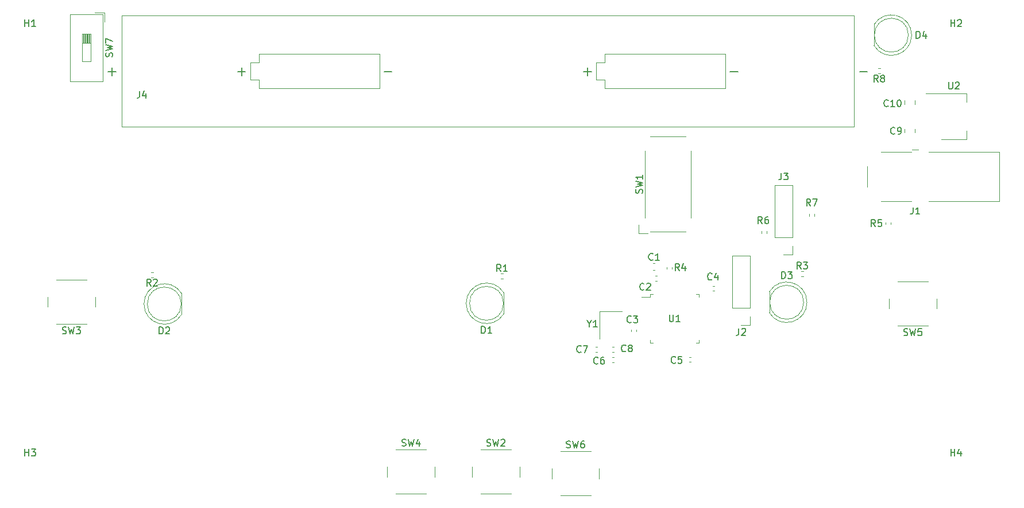
<source format=gbr>
%TF.GenerationSoftware,KiCad,Pcbnew,(6.0.5)*%
%TF.CreationDate,2022-08-19T06:06:55-03:00*%
%TF.ProjectId,chess_clock_proj,63686573-735f-4636-9c6f-636b5f70726f,v1.0*%
%TF.SameCoordinates,Original*%
%TF.FileFunction,Legend,Top*%
%TF.FilePolarity,Positive*%
%FSLAX46Y46*%
G04 Gerber Fmt 4.6, Leading zero omitted, Abs format (unit mm)*
G04 Created by KiCad (PCBNEW (6.0.5)) date 2022-08-19 06:06:55*
%MOMM*%
%LPD*%
G01*
G04 APERTURE LIST*
%ADD10C,0.150000*%
%ADD11C,0.120000*%
G04 APERTURE END LIST*
D10*
%TO.C,R8*%
X205033333Y-68022380D02*
X204700000Y-67546190D01*
X204461904Y-68022380D02*
X204461904Y-67022380D01*
X204842857Y-67022380D01*
X204938095Y-67070000D01*
X204985714Y-67117619D01*
X205033333Y-67212857D01*
X205033333Y-67355714D01*
X204985714Y-67450952D01*
X204938095Y-67498571D01*
X204842857Y-67546190D01*
X204461904Y-67546190D01*
X205604761Y-67450952D02*
X205509523Y-67403333D01*
X205461904Y-67355714D01*
X205414285Y-67260476D01*
X205414285Y-67212857D01*
X205461904Y-67117619D01*
X205509523Y-67070000D01*
X205604761Y-67022380D01*
X205795238Y-67022380D01*
X205890476Y-67070000D01*
X205938095Y-67117619D01*
X205985714Y-67212857D01*
X205985714Y-67260476D01*
X205938095Y-67355714D01*
X205890476Y-67403333D01*
X205795238Y-67450952D01*
X205604761Y-67450952D01*
X205509523Y-67498571D01*
X205461904Y-67546190D01*
X205414285Y-67641428D01*
X205414285Y-67831904D01*
X205461904Y-67927142D01*
X205509523Y-67974761D01*
X205604761Y-68022380D01*
X205795238Y-68022380D01*
X205890476Y-67974761D01*
X205938095Y-67927142D01*
X205985714Y-67831904D01*
X205985714Y-67641428D01*
X205938095Y-67546190D01*
X205890476Y-67498571D01*
X205795238Y-67450952D01*
%TO.C,H4*%
X215758095Y-123232380D02*
X215758095Y-122232380D01*
X215758095Y-122708571D02*
X216329523Y-122708571D01*
X216329523Y-123232380D02*
X216329523Y-122232380D01*
X217234285Y-122565714D02*
X217234285Y-123232380D01*
X216996190Y-122184761D02*
X216758095Y-122899047D01*
X217377142Y-122899047D01*
%TO.C,SW7*%
X92124761Y-64275833D02*
X92172380Y-64132976D01*
X92172380Y-63894880D01*
X92124761Y-63799642D01*
X92077142Y-63752023D01*
X91981904Y-63704404D01*
X91886666Y-63704404D01*
X91791428Y-63752023D01*
X91743809Y-63799642D01*
X91696190Y-63894880D01*
X91648571Y-64085357D01*
X91600952Y-64180595D01*
X91553333Y-64228214D01*
X91458095Y-64275833D01*
X91362857Y-64275833D01*
X91267619Y-64228214D01*
X91220000Y-64180595D01*
X91172380Y-64085357D01*
X91172380Y-63847261D01*
X91220000Y-63704404D01*
X91172380Y-63371071D02*
X92172380Y-63132976D01*
X91458095Y-62942500D01*
X92172380Y-62752023D01*
X91172380Y-62513928D01*
X91172380Y-62228214D02*
X91172380Y-61561547D01*
X92172380Y-61990119D01*
%TO.C,SW6*%
X159101666Y-121984761D02*
X159244523Y-122032380D01*
X159482619Y-122032380D01*
X159577857Y-121984761D01*
X159625476Y-121937142D01*
X159673095Y-121841904D01*
X159673095Y-121746666D01*
X159625476Y-121651428D01*
X159577857Y-121603809D01*
X159482619Y-121556190D01*
X159292142Y-121508571D01*
X159196904Y-121460952D01*
X159149285Y-121413333D01*
X159101666Y-121318095D01*
X159101666Y-121222857D01*
X159149285Y-121127619D01*
X159196904Y-121080000D01*
X159292142Y-121032380D01*
X159530238Y-121032380D01*
X159673095Y-121080000D01*
X160006428Y-121032380D02*
X160244523Y-122032380D01*
X160435000Y-121318095D01*
X160625476Y-122032380D01*
X160863571Y-121032380D01*
X161673095Y-121032380D02*
X161482619Y-121032380D01*
X161387380Y-121080000D01*
X161339761Y-121127619D01*
X161244523Y-121270476D01*
X161196904Y-121460952D01*
X161196904Y-121841904D01*
X161244523Y-121937142D01*
X161292142Y-121984761D01*
X161387380Y-122032380D01*
X161577857Y-122032380D01*
X161673095Y-121984761D01*
X161720714Y-121937142D01*
X161768333Y-121841904D01*
X161768333Y-121603809D01*
X161720714Y-121508571D01*
X161673095Y-121460952D01*
X161577857Y-121413333D01*
X161387380Y-121413333D01*
X161292142Y-121460952D01*
X161244523Y-121508571D01*
X161196904Y-121603809D01*
%TO.C,H1*%
X79258095Y-59832380D02*
X79258095Y-58832380D01*
X79258095Y-59308571D02*
X79829523Y-59308571D01*
X79829523Y-59832380D02*
X79829523Y-58832380D01*
X80829523Y-59832380D02*
X80258095Y-59832380D01*
X80543809Y-59832380D02*
X80543809Y-58832380D01*
X80448571Y-58975238D01*
X80353333Y-59070476D01*
X80258095Y-59118095D01*
%TO.C,C3*%
X168633333Y-103457142D02*
X168585714Y-103504761D01*
X168442857Y-103552380D01*
X168347619Y-103552380D01*
X168204761Y-103504761D01*
X168109523Y-103409523D01*
X168061904Y-103314285D01*
X168014285Y-103123809D01*
X168014285Y-102980952D01*
X168061904Y-102790476D01*
X168109523Y-102695238D01*
X168204761Y-102600000D01*
X168347619Y-102552380D01*
X168442857Y-102552380D01*
X168585714Y-102600000D01*
X168633333Y-102647619D01*
X168966666Y-102552380D02*
X169585714Y-102552380D01*
X169252380Y-102933333D01*
X169395238Y-102933333D01*
X169490476Y-102980952D01*
X169538095Y-103028571D01*
X169585714Y-103123809D01*
X169585714Y-103361904D01*
X169538095Y-103457142D01*
X169490476Y-103504761D01*
X169395238Y-103552380D01*
X169109523Y-103552380D01*
X169014285Y-103504761D01*
X168966666Y-103457142D01*
%TO.C,C1*%
X171833333Y-94227142D02*
X171785714Y-94274761D01*
X171642857Y-94322380D01*
X171547619Y-94322380D01*
X171404761Y-94274761D01*
X171309523Y-94179523D01*
X171261904Y-94084285D01*
X171214285Y-93893809D01*
X171214285Y-93750952D01*
X171261904Y-93560476D01*
X171309523Y-93465238D01*
X171404761Y-93370000D01*
X171547619Y-93322380D01*
X171642857Y-93322380D01*
X171785714Y-93370000D01*
X171833333Y-93417619D01*
X172785714Y-94322380D02*
X172214285Y-94322380D01*
X172500000Y-94322380D02*
X172500000Y-93322380D01*
X172404761Y-93465238D01*
X172309523Y-93560476D01*
X172214285Y-93608095D01*
%TO.C,R4*%
X175733333Y-95852380D02*
X175400000Y-95376190D01*
X175161904Y-95852380D02*
X175161904Y-94852380D01*
X175542857Y-94852380D01*
X175638095Y-94900000D01*
X175685714Y-94947619D01*
X175733333Y-95042857D01*
X175733333Y-95185714D01*
X175685714Y-95280952D01*
X175638095Y-95328571D01*
X175542857Y-95376190D01*
X175161904Y-95376190D01*
X176590476Y-95185714D02*
X176590476Y-95852380D01*
X176352380Y-94804761D02*
X176114285Y-95519047D01*
X176733333Y-95519047D01*
%TO.C,J1*%
X210176666Y-86532380D02*
X210176666Y-87246666D01*
X210129047Y-87389523D01*
X210033809Y-87484761D01*
X209890952Y-87532380D01*
X209795714Y-87532380D01*
X211176666Y-87532380D02*
X210605238Y-87532380D01*
X210890952Y-87532380D02*
X210890952Y-86532380D01*
X210795714Y-86675238D01*
X210700476Y-86770476D01*
X210605238Y-86818095D01*
%TO.C,SW2*%
X147351666Y-121734761D02*
X147494523Y-121782380D01*
X147732619Y-121782380D01*
X147827857Y-121734761D01*
X147875476Y-121687142D01*
X147923095Y-121591904D01*
X147923095Y-121496666D01*
X147875476Y-121401428D01*
X147827857Y-121353809D01*
X147732619Y-121306190D01*
X147542142Y-121258571D01*
X147446904Y-121210952D01*
X147399285Y-121163333D01*
X147351666Y-121068095D01*
X147351666Y-120972857D01*
X147399285Y-120877619D01*
X147446904Y-120830000D01*
X147542142Y-120782380D01*
X147780238Y-120782380D01*
X147923095Y-120830000D01*
X148256428Y-120782380D02*
X148494523Y-121782380D01*
X148685000Y-121068095D01*
X148875476Y-121782380D01*
X149113571Y-120782380D01*
X149446904Y-120877619D02*
X149494523Y-120830000D01*
X149589761Y-120782380D01*
X149827857Y-120782380D01*
X149923095Y-120830000D01*
X149970714Y-120877619D01*
X150018333Y-120972857D01*
X150018333Y-121068095D01*
X149970714Y-121210952D01*
X149399285Y-121782380D01*
X150018333Y-121782380D01*
%TO.C,R1*%
X149433333Y-95982380D02*
X149100000Y-95506190D01*
X148861904Y-95982380D02*
X148861904Y-94982380D01*
X149242857Y-94982380D01*
X149338095Y-95030000D01*
X149385714Y-95077619D01*
X149433333Y-95172857D01*
X149433333Y-95315714D01*
X149385714Y-95410952D01*
X149338095Y-95458571D01*
X149242857Y-95506190D01*
X148861904Y-95506190D01*
X150385714Y-95982380D02*
X149814285Y-95982380D01*
X150100000Y-95982380D02*
X150100000Y-94982380D01*
X150004761Y-95125238D01*
X149909523Y-95220476D01*
X149814285Y-95268095D01*
%TO.C,J4*%
X96166666Y-69352380D02*
X96166666Y-70066666D01*
X96119047Y-70209523D01*
X96023809Y-70304761D01*
X95880952Y-70352380D01*
X95785714Y-70352380D01*
X97071428Y-69685714D02*
X97071428Y-70352380D01*
X96833333Y-69304761D02*
X96595238Y-70019047D01*
X97214285Y-70019047D01*
X202328571Y-66507142D02*
X203471428Y-66507142D01*
X110633571Y-66507142D02*
X111776428Y-66507142D01*
X111205000Y-67078571D02*
X111205000Y-65935714D01*
X161633571Y-66507142D02*
X162776428Y-66507142D01*
X162205000Y-67078571D02*
X162205000Y-65935714D01*
X183223571Y-66507142D02*
X184366428Y-66507142D01*
X91528571Y-66507142D02*
X92671428Y-66507142D01*
X92100000Y-67078571D02*
X92100000Y-65935714D01*
X132223571Y-66507142D02*
X133366428Y-66507142D01*
%TO.C,SW4*%
X134851666Y-121734761D02*
X134994523Y-121782380D01*
X135232619Y-121782380D01*
X135327857Y-121734761D01*
X135375476Y-121687142D01*
X135423095Y-121591904D01*
X135423095Y-121496666D01*
X135375476Y-121401428D01*
X135327857Y-121353809D01*
X135232619Y-121306190D01*
X135042142Y-121258571D01*
X134946904Y-121210952D01*
X134899285Y-121163333D01*
X134851666Y-121068095D01*
X134851666Y-120972857D01*
X134899285Y-120877619D01*
X134946904Y-120830000D01*
X135042142Y-120782380D01*
X135280238Y-120782380D01*
X135423095Y-120830000D01*
X135756428Y-120782380D02*
X135994523Y-121782380D01*
X136185000Y-121068095D01*
X136375476Y-121782380D01*
X136613571Y-120782380D01*
X137423095Y-121115714D02*
X137423095Y-121782380D01*
X137185000Y-120734761D02*
X136946904Y-121449047D01*
X137565952Y-121449047D01*
%TO.C,H2*%
X215758095Y-59832380D02*
X215758095Y-58832380D01*
X215758095Y-59308571D02*
X216329523Y-59308571D01*
X216329523Y-59832380D02*
X216329523Y-58832380D01*
X216758095Y-58927619D02*
X216805714Y-58880000D01*
X216900952Y-58832380D01*
X217139047Y-58832380D01*
X217234285Y-58880000D01*
X217281904Y-58927619D01*
X217329523Y-59022857D01*
X217329523Y-59118095D01*
X217281904Y-59260952D01*
X216710476Y-59832380D01*
X217329523Y-59832380D01*
%TO.C,C9*%
X207503333Y-75617142D02*
X207455714Y-75664761D01*
X207312857Y-75712380D01*
X207217619Y-75712380D01*
X207074761Y-75664761D01*
X206979523Y-75569523D01*
X206931904Y-75474285D01*
X206884285Y-75283809D01*
X206884285Y-75140952D01*
X206931904Y-74950476D01*
X206979523Y-74855238D01*
X207074761Y-74760000D01*
X207217619Y-74712380D01*
X207312857Y-74712380D01*
X207455714Y-74760000D01*
X207503333Y-74807619D01*
X207979523Y-75712380D02*
X208170000Y-75712380D01*
X208265238Y-75664761D01*
X208312857Y-75617142D01*
X208408095Y-75474285D01*
X208455714Y-75283809D01*
X208455714Y-74902857D01*
X208408095Y-74807619D01*
X208360476Y-74760000D01*
X208265238Y-74712380D01*
X208074761Y-74712380D01*
X207979523Y-74760000D01*
X207931904Y-74807619D01*
X207884285Y-74902857D01*
X207884285Y-75140952D01*
X207931904Y-75236190D01*
X207979523Y-75283809D01*
X208074761Y-75331428D01*
X208265238Y-75331428D01*
X208360476Y-75283809D01*
X208408095Y-75236190D01*
X208455714Y-75140952D01*
%TO.C,R2*%
X97833333Y-98122380D02*
X97500000Y-97646190D01*
X97261904Y-98122380D02*
X97261904Y-97122380D01*
X97642857Y-97122380D01*
X97738095Y-97170000D01*
X97785714Y-97217619D01*
X97833333Y-97312857D01*
X97833333Y-97455714D01*
X97785714Y-97550952D01*
X97738095Y-97598571D01*
X97642857Y-97646190D01*
X97261904Y-97646190D01*
X98214285Y-97217619D02*
X98261904Y-97170000D01*
X98357142Y-97122380D01*
X98595238Y-97122380D01*
X98690476Y-97170000D01*
X98738095Y-97217619D01*
X98785714Y-97312857D01*
X98785714Y-97408095D01*
X98738095Y-97550952D01*
X98166666Y-98122380D01*
X98785714Y-98122380D01*
%TO.C,C10*%
X206527142Y-71547142D02*
X206479523Y-71594761D01*
X206336666Y-71642380D01*
X206241428Y-71642380D01*
X206098571Y-71594761D01*
X206003333Y-71499523D01*
X205955714Y-71404285D01*
X205908095Y-71213809D01*
X205908095Y-71070952D01*
X205955714Y-70880476D01*
X206003333Y-70785238D01*
X206098571Y-70690000D01*
X206241428Y-70642380D01*
X206336666Y-70642380D01*
X206479523Y-70690000D01*
X206527142Y-70737619D01*
X207479523Y-71642380D02*
X206908095Y-71642380D01*
X207193809Y-71642380D02*
X207193809Y-70642380D01*
X207098571Y-70785238D01*
X207003333Y-70880476D01*
X206908095Y-70928095D01*
X208098571Y-70642380D02*
X208193809Y-70642380D01*
X208289047Y-70690000D01*
X208336666Y-70737619D01*
X208384285Y-70832857D01*
X208431904Y-71023333D01*
X208431904Y-71261428D01*
X208384285Y-71451904D01*
X208336666Y-71547142D01*
X208289047Y-71594761D01*
X208193809Y-71642380D01*
X208098571Y-71642380D01*
X208003333Y-71594761D01*
X207955714Y-71547142D01*
X207908095Y-71451904D01*
X207860476Y-71261428D01*
X207860476Y-71023333D01*
X207908095Y-70832857D01*
X207955714Y-70737619D01*
X208003333Y-70690000D01*
X208098571Y-70642380D01*
%TO.C,U2*%
X215438095Y-68052380D02*
X215438095Y-68861904D01*
X215485714Y-68957142D01*
X215533333Y-69004761D01*
X215628571Y-69052380D01*
X215819047Y-69052380D01*
X215914285Y-69004761D01*
X215961904Y-68957142D01*
X216009523Y-68861904D01*
X216009523Y-68052380D01*
X216438095Y-68147619D02*
X216485714Y-68100000D01*
X216580952Y-68052380D01*
X216819047Y-68052380D01*
X216914285Y-68100000D01*
X216961904Y-68147619D01*
X217009523Y-68242857D01*
X217009523Y-68338095D01*
X216961904Y-68480952D01*
X216390476Y-69052380D01*
X217009523Y-69052380D01*
%TO.C,D4*%
X210661904Y-61552380D02*
X210661904Y-60552380D01*
X210900000Y-60552380D01*
X211042857Y-60600000D01*
X211138095Y-60695238D01*
X211185714Y-60790476D01*
X211233333Y-60980952D01*
X211233333Y-61123809D01*
X211185714Y-61314285D01*
X211138095Y-61409523D01*
X211042857Y-61504761D01*
X210900000Y-61552380D01*
X210661904Y-61552380D01*
X212090476Y-60885714D02*
X212090476Y-61552380D01*
X211852380Y-60504761D02*
X211614285Y-61219047D01*
X212233333Y-61219047D01*
%TO.C,J2*%
X184509166Y-104404880D02*
X184509166Y-105119166D01*
X184461547Y-105262023D01*
X184366309Y-105357261D01*
X184223452Y-105404880D01*
X184128214Y-105404880D01*
X184937738Y-104500119D02*
X184985357Y-104452500D01*
X185080595Y-104404880D01*
X185318690Y-104404880D01*
X185413928Y-104452500D01*
X185461547Y-104500119D01*
X185509166Y-104595357D01*
X185509166Y-104690595D01*
X185461547Y-104833452D01*
X184890119Y-105404880D01*
X185509166Y-105404880D01*
%TO.C,J3*%
X190766666Y-81452380D02*
X190766666Y-82166666D01*
X190719047Y-82309523D01*
X190623809Y-82404761D01*
X190480952Y-82452380D01*
X190385714Y-82452380D01*
X191147619Y-81452380D02*
X191766666Y-81452380D01*
X191433333Y-81833333D01*
X191576190Y-81833333D01*
X191671428Y-81880952D01*
X191719047Y-81928571D01*
X191766666Y-82023809D01*
X191766666Y-82261904D01*
X191719047Y-82357142D01*
X191671428Y-82404761D01*
X191576190Y-82452380D01*
X191290476Y-82452380D01*
X191195238Y-82404761D01*
X191147619Y-82357142D01*
%TO.C,R5*%
X204633333Y-89352380D02*
X204300000Y-88876190D01*
X204061904Y-89352380D02*
X204061904Y-88352380D01*
X204442857Y-88352380D01*
X204538095Y-88400000D01*
X204585714Y-88447619D01*
X204633333Y-88542857D01*
X204633333Y-88685714D01*
X204585714Y-88780952D01*
X204538095Y-88828571D01*
X204442857Y-88876190D01*
X204061904Y-88876190D01*
X205538095Y-88352380D02*
X205061904Y-88352380D01*
X205014285Y-88828571D01*
X205061904Y-88780952D01*
X205157142Y-88733333D01*
X205395238Y-88733333D01*
X205490476Y-88780952D01*
X205538095Y-88828571D01*
X205585714Y-88923809D01*
X205585714Y-89161904D01*
X205538095Y-89257142D01*
X205490476Y-89304761D01*
X205395238Y-89352380D01*
X205157142Y-89352380D01*
X205061904Y-89304761D01*
X205014285Y-89257142D01*
%TO.C,D3*%
X190824404Y-97034880D02*
X190824404Y-96034880D01*
X191062500Y-96034880D01*
X191205357Y-96082500D01*
X191300595Y-96177738D01*
X191348214Y-96272976D01*
X191395833Y-96463452D01*
X191395833Y-96606309D01*
X191348214Y-96796785D01*
X191300595Y-96892023D01*
X191205357Y-96987261D01*
X191062500Y-97034880D01*
X190824404Y-97034880D01*
X191729166Y-96034880D02*
X192348214Y-96034880D01*
X192014880Y-96415833D01*
X192157738Y-96415833D01*
X192252976Y-96463452D01*
X192300595Y-96511071D01*
X192348214Y-96606309D01*
X192348214Y-96844404D01*
X192300595Y-96939642D01*
X192252976Y-96987261D01*
X192157738Y-97034880D01*
X191872023Y-97034880D01*
X191776785Y-96987261D01*
X191729166Y-96939642D01*
%TO.C,SW5*%
X208816666Y-105404761D02*
X208959523Y-105452380D01*
X209197619Y-105452380D01*
X209292857Y-105404761D01*
X209340476Y-105357142D01*
X209388095Y-105261904D01*
X209388095Y-105166666D01*
X209340476Y-105071428D01*
X209292857Y-105023809D01*
X209197619Y-104976190D01*
X209007142Y-104928571D01*
X208911904Y-104880952D01*
X208864285Y-104833333D01*
X208816666Y-104738095D01*
X208816666Y-104642857D01*
X208864285Y-104547619D01*
X208911904Y-104500000D01*
X209007142Y-104452380D01*
X209245238Y-104452380D01*
X209388095Y-104500000D01*
X209721428Y-104452380D02*
X209959523Y-105452380D01*
X210150000Y-104738095D01*
X210340476Y-105452380D01*
X210578571Y-104452380D01*
X211435714Y-104452380D02*
X210959523Y-104452380D01*
X210911904Y-104928571D01*
X210959523Y-104880952D01*
X211054761Y-104833333D01*
X211292857Y-104833333D01*
X211388095Y-104880952D01*
X211435714Y-104928571D01*
X211483333Y-105023809D01*
X211483333Y-105261904D01*
X211435714Y-105357142D01*
X211388095Y-105404761D01*
X211292857Y-105452380D01*
X211054761Y-105452380D01*
X210959523Y-105404761D01*
X210911904Y-105357142D01*
%TO.C,U1*%
X174270595Y-102394880D02*
X174270595Y-103204404D01*
X174318214Y-103299642D01*
X174365833Y-103347261D01*
X174461071Y-103394880D01*
X174651547Y-103394880D01*
X174746785Y-103347261D01*
X174794404Y-103299642D01*
X174842023Y-103204404D01*
X174842023Y-102394880D01*
X175842023Y-103394880D02*
X175270595Y-103394880D01*
X175556309Y-103394880D02*
X175556309Y-102394880D01*
X175461071Y-102537738D01*
X175365833Y-102632976D01*
X175270595Y-102680595D01*
%TO.C,C2*%
X170533333Y-98657142D02*
X170485714Y-98704761D01*
X170342857Y-98752380D01*
X170247619Y-98752380D01*
X170104761Y-98704761D01*
X170009523Y-98609523D01*
X169961904Y-98514285D01*
X169914285Y-98323809D01*
X169914285Y-98180952D01*
X169961904Y-97990476D01*
X170009523Y-97895238D01*
X170104761Y-97800000D01*
X170247619Y-97752380D01*
X170342857Y-97752380D01*
X170485714Y-97800000D01*
X170533333Y-97847619D01*
X170914285Y-97847619D02*
X170961904Y-97800000D01*
X171057142Y-97752380D01*
X171295238Y-97752380D01*
X171390476Y-97800000D01*
X171438095Y-97847619D01*
X171485714Y-97942857D01*
X171485714Y-98038095D01*
X171438095Y-98180952D01*
X170866666Y-98752380D01*
X171485714Y-98752380D01*
%TO.C,R3*%
X193675833Y-95604880D02*
X193342500Y-95128690D01*
X193104404Y-95604880D02*
X193104404Y-94604880D01*
X193485357Y-94604880D01*
X193580595Y-94652500D01*
X193628214Y-94700119D01*
X193675833Y-94795357D01*
X193675833Y-94938214D01*
X193628214Y-95033452D01*
X193580595Y-95081071D01*
X193485357Y-95128690D01*
X193104404Y-95128690D01*
X194009166Y-94604880D02*
X194628214Y-94604880D01*
X194294880Y-94985833D01*
X194437738Y-94985833D01*
X194532976Y-95033452D01*
X194580595Y-95081071D01*
X194628214Y-95176309D01*
X194628214Y-95414404D01*
X194580595Y-95509642D01*
X194532976Y-95557261D01*
X194437738Y-95604880D01*
X194152023Y-95604880D01*
X194056785Y-95557261D01*
X194009166Y-95509642D01*
%TO.C,C4*%
X180533333Y-97157142D02*
X180485714Y-97204761D01*
X180342857Y-97252380D01*
X180247619Y-97252380D01*
X180104761Y-97204761D01*
X180009523Y-97109523D01*
X179961904Y-97014285D01*
X179914285Y-96823809D01*
X179914285Y-96680952D01*
X179961904Y-96490476D01*
X180009523Y-96395238D01*
X180104761Y-96300000D01*
X180247619Y-96252380D01*
X180342857Y-96252380D01*
X180485714Y-96300000D01*
X180533333Y-96347619D01*
X181390476Y-96585714D02*
X181390476Y-97252380D01*
X181152380Y-96204761D02*
X180914285Y-96919047D01*
X181533333Y-96919047D01*
%TO.C,Y1*%
X162456309Y-103718690D02*
X162456309Y-104194880D01*
X162122976Y-103194880D02*
X162456309Y-103718690D01*
X162789642Y-103194880D01*
X163646785Y-104194880D02*
X163075357Y-104194880D01*
X163361071Y-104194880D02*
X163361071Y-103194880D01*
X163265833Y-103337738D01*
X163170595Y-103432976D01*
X163075357Y-103480595D01*
%TO.C,C6*%
X163733333Y-109557142D02*
X163685714Y-109604761D01*
X163542857Y-109652380D01*
X163447619Y-109652380D01*
X163304761Y-109604761D01*
X163209523Y-109509523D01*
X163161904Y-109414285D01*
X163114285Y-109223809D01*
X163114285Y-109080952D01*
X163161904Y-108890476D01*
X163209523Y-108795238D01*
X163304761Y-108700000D01*
X163447619Y-108652380D01*
X163542857Y-108652380D01*
X163685714Y-108700000D01*
X163733333Y-108747619D01*
X164590476Y-108652380D02*
X164400000Y-108652380D01*
X164304761Y-108700000D01*
X164257142Y-108747619D01*
X164161904Y-108890476D01*
X164114285Y-109080952D01*
X164114285Y-109461904D01*
X164161904Y-109557142D01*
X164209523Y-109604761D01*
X164304761Y-109652380D01*
X164495238Y-109652380D01*
X164590476Y-109604761D01*
X164638095Y-109557142D01*
X164685714Y-109461904D01*
X164685714Y-109223809D01*
X164638095Y-109128571D01*
X164590476Y-109080952D01*
X164495238Y-109033333D01*
X164304761Y-109033333D01*
X164209523Y-109080952D01*
X164161904Y-109128571D01*
X164114285Y-109223809D01*
%TO.C,SW1*%
X170254761Y-84433333D02*
X170302380Y-84290476D01*
X170302380Y-84052380D01*
X170254761Y-83957142D01*
X170207142Y-83909523D01*
X170111904Y-83861904D01*
X170016666Y-83861904D01*
X169921428Y-83909523D01*
X169873809Y-83957142D01*
X169826190Y-84052380D01*
X169778571Y-84242857D01*
X169730952Y-84338095D01*
X169683333Y-84385714D01*
X169588095Y-84433333D01*
X169492857Y-84433333D01*
X169397619Y-84385714D01*
X169350000Y-84338095D01*
X169302380Y-84242857D01*
X169302380Y-84004761D01*
X169350000Y-83861904D01*
X169302380Y-83528571D02*
X170302380Y-83290476D01*
X169588095Y-83100000D01*
X170302380Y-82909523D01*
X169302380Y-82671428D01*
X170302380Y-81766666D02*
X170302380Y-82338095D01*
X170302380Y-82052380D02*
X169302380Y-82052380D01*
X169445238Y-82147619D01*
X169540476Y-82242857D01*
X169588095Y-82338095D01*
%TO.C,D2*%
X99066904Y-105212380D02*
X99066904Y-104212380D01*
X99305000Y-104212380D01*
X99447857Y-104260000D01*
X99543095Y-104355238D01*
X99590714Y-104450476D01*
X99638333Y-104640952D01*
X99638333Y-104783809D01*
X99590714Y-104974285D01*
X99543095Y-105069523D01*
X99447857Y-105164761D01*
X99305000Y-105212380D01*
X99066904Y-105212380D01*
X100019285Y-104307619D02*
X100066904Y-104260000D01*
X100162142Y-104212380D01*
X100400238Y-104212380D01*
X100495476Y-104260000D01*
X100543095Y-104307619D01*
X100590714Y-104402857D01*
X100590714Y-104498095D01*
X100543095Y-104640952D01*
X99971666Y-105212380D01*
X100590714Y-105212380D01*
%TO.C,C5*%
X175165833Y-109457142D02*
X175118214Y-109504761D01*
X174975357Y-109552380D01*
X174880119Y-109552380D01*
X174737261Y-109504761D01*
X174642023Y-109409523D01*
X174594404Y-109314285D01*
X174546785Y-109123809D01*
X174546785Y-108980952D01*
X174594404Y-108790476D01*
X174642023Y-108695238D01*
X174737261Y-108600000D01*
X174880119Y-108552380D01*
X174975357Y-108552380D01*
X175118214Y-108600000D01*
X175165833Y-108647619D01*
X176070595Y-108552380D02*
X175594404Y-108552380D01*
X175546785Y-109028571D01*
X175594404Y-108980952D01*
X175689642Y-108933333D01*
X175927738Y-108933333D01*
X176022976Y-108980952D01*
X176070595Y-109028571D01*
X176118214Y-109123809D01*
X176118214Y-109361904D01*
X176070595Y-109457142D01*
X176022976Y-109504761D01*
X175927738Y-109552380D01*
X175689642Y-109552380D01*
X175594404Y-109504761D01*
X175546785Y-109457142D01*
%TO.C,R6*%
X187943333Y-88932380D02*
X187610000Y-88456190D01*
X187371904Y-88932380D02*
X187371904Y-87932380D01*
X187752857Y-87932380D01*
X187848095Y-87980000D01*
X187895714Y-88027619D01*
X187943333Y-88122857D01*
X187943333Y-88265714D01*
X187895714Y-88360952D01*
X187848095Y-88408571D01*
X187752857Y-88456190D01*
X187371904Y-88456190D01*
X188800476Y-87932380D02*
X188610000Y-87932380D01*
X188514761Y-87980000D01*
X188467142Y-88027619D01*
X188371904Y-88170476D01*
X188324285Y-88360952D01*
X188324285Y-88741904D01*
X188371904Y-88837142D01*
X188419523Y-88884761D01*
X188514761Y-88932380D01*
X188705238Y-88932380D01*
X188800476Y-88884761D01*
X188848095Y-88837142D01*
X188895714Y-88741904D01*
X188895714Y-88503809D01*
X188848095Y-88408571D01*
X188800476Y-88360952D01*
X188705238Y-88313333D01*
X188514761Y-88313333D01*
X188419523Y-88360952D01*
X188371904Y-88408571D01*
X188324285Y-88503809D01*
%TO.C,C7*%
X161233333Y-107857142D02*
X161185714Y-107904761D01*
X161042857Y-107952380D01*
X160947619Y-107952380D01*
X160804761Y-107904761D01*
X160709523Y-107809523D01*
X160661904Y-107714285D01*
X160614285Y-107523809D01*
X160614285Y-107380952D01*
X160661904Y-107190476D01*
X160709523Y-107095238D01*
X160804761Y-107000000D01*
X160947619Y-106952380D01*
X161042857Y-106952380D01*
X161185714Y-107000000D01*
X161233333Y-107047619D01*
X161566666Y-106952380D02*
X162233333Y-106952380D01*
X161804761Y-107952380D01*
%TO.C,D1*%
X146566904Y-105112380D02*
X146566904Y-104112380D01*
X146805000Y-104112380D01*
X146947857Y-104160000D01*
X147043095Y-104255238D01*
X147090714Y-104350476D01*
X147138333Y-104540952D01*
X147138333Y-104683809D01*
X147090714Y-104874285D01*
X147043095Y-104969523D01*
X146947857Y-105064761D01*
X146805000Y-105112380D01*
X146566904Y-105112380D01*
X148090714Y-105112380D02*
X147519285Y-105112380D01*
X147805000Y-105112380D02*
X147805000Y-104112380D01*
X147709761Y-104255238D01*
X147614523Y-104350476D01*
X147519285Y-104398095D01*
%TO.C,C8*%
X167833333Y-107757142D02*
X167785714Y-107804761D01*
X167642857Y-107852380D01*
X167547619Y-107852380D01*
X167404761Y-107804761D01*
X167309523Y-107709523D01*
X167261904Y-107614285D01*
X167214285Y-107423809D01*
X167214285Y-107280952D01*
X167261904Y-107090476D01*
X167309523Y-106995238D01*
X167404761Y-106900000D01*
X167547619Y-106852380D01*
X167642857Y-106852380D01*
X167785714Y-106900000D01*
X167833333Y-106947619D01*
X168404761Y-107280952D02*
X168309523Y-107233333D01*
X168261904Y-107185714D01*
X168214285Y-107090476D01*
X168214285Y-107042857D01*
X168261904Y-106947619D01*
X168309523Y-106900000D01*
X168404761Y-106852380D01*
X168595238Y-106852380D01*
X168690476Y-106900000D01*
X168738095Y-106947619D01*
X168785714Y-107042857D01*
X168785714Y-107090476D01*
X168738095Y-107185714D01*
X168690476Y-107233333D01*
X168595238Y-107280952D01*
X168404761Y-107280952D01*
X168309523Y-107328571D01*
X168261904Y-107376190D01*
X168214285Y-107471428D01*
X168214285Y-107661904D01*
X168261904Y-107757142D01*
X168309523Y-107804761D01*
X168404761Y-107852380D01*
X168595238Y-107852380D01*
X168690476Y-107804761D01*
X168738095Y-107757142D01*
X168785714Y-107661904D01*
X168785714Y-107471428D01*
X168738095Y-107376190D01*
X168690476Y-107328571D01*
X168595238Y-107280952D01*
%TO.C,R7*%
X195080833Y-86299880D02*
X194747500Y-85823690D01*
X194509404Y-86299880D02*
X194509404Y-85299880D01*
X194890357Y-85299880D01*
X194985595Y-85347500D01*
X195033214Y-85395119D01*
X195080833Y-85490357D01*
X195080833Y-85633214D01*
X195033214Y-85728452D01*
X194985595Y-85776071D01*
X194890357Y-85823690D01*
X194509404Y-85823690D01*
X195414166Y-85299880D02*
X196080833Y-85299880D01*
X195652261Y-86299880D01*
%TO.C,H3*%
X79258095Y-123232380D02*
X79258095Y-122232380D01*
X79258095Y-122708571D02*
X79829523Y-122708571D01*
X79829523Y-123232380D02*
X79829523Y-122232380D01*
X80210476Y-122232380D02*
X80829523Y-122232380D01*
X80496190Y-122613333D01*
X80639047Y-122613333D01*
X80734285Y-122660952D01*
X80781904Y-122708571D01*
X80829523Y-122803809D01*
X80829523Y-123041904D01*
X80781904Y-123137142D01*
X80734285Y-123184761D01*
X80639047Y-123232380D01*
X80353333Y-123232380D01*
X80258095Y-123184761D01*
X80210476Y-123137142D01*
%TO.C,SW3*%
X84776666Y-105154761D02*
X84919523Y-105202380D01*
X85157619Y-105202380D01*
X85252857Y-105154761D01*
X85300476Y-105107142D01*
X85348095Y-105011904D01*
X85348095Y-104916666D01*
X85300476Y-104821428D01*
X85252857Y-104773809D01*
X85157619Y-104726190D01*
X84967142Y-104678571D01*
X84871904Y-104630952D01*
X84824285Y-104583333D01*
X84776666Y-104488095D01*
X84776666Y-104392857D01*
X84824285Y-104297619D01*
X84871904Y-104250000D01*
X84967142Y-104202380D01*
X85205238Y-104202380D01*
X85348095Y-104250000D01*
X85681428Y-104202380D02*
X85919523Y-105202380D01*
X86110000Y-104488095D01*
X86300476Y-105202380D01*
X86538571Y-104202380D01*
X86824285Y-104202380D02*
X87443333Y-104202380D01*
X87110000Y-104583333D01*
X87252857Y-104583333D01*
X87348095Y-104630952D01*
X87395714Y-104678571D01*
X87443333Y-104773809D01*
X87443333Y-105011904D01*
X87395714Y-105107142D01*
X87348095Y-105154761D01*
X87252857Y-105202380D01*
X86967142Y-105202380D01*
X86871904Y-105154761D01*
X86824285Y-105107142D01*
D11*
%TO.C,R8*%
X205353641Y-66020000D02*
X205046359Y-66020000D01*
X205353641Y-66780000D02*
X205046359Y-66780000D01*
%TO.C,SW7*%
X88695000Y-60912500D02*
X88695000Y-62265833D01*
X87665000Y-64972500D02*
X88935000Y-64972500D01*
X87855000Y-60912500D02*
X87855000Y-62265833D01*
X87975000Y-60912500D02*
X87975000Y-62265833D01*
X88095000Y-60912500D02*
X88095000Y-62265833D01*
X90720000Y-57992500D02*
X85880000Y-57992500D01*
X88935000Y-60912500D02*
X87665000Y-60912500D01*
X88935000Y-64972500D02*
X88935000Y-60912500D01*
X90960000Y-57752500D02*
X89577000Y-57752500D01*
X90960000Y-57752500D02*
X90960000Y-59136500D01*
X87665000Y-60912500D02*
X87665000Y-64972500D01*
X88335000Y-60912500D02*
X88335000Y-62265833D01*
X88815000Y-60912500D02*
X88815000Y-62265833D01*
X88935000Y-62265833D02*
X87665000Y-62265833D01*
X88215000Y-60912500D02*
X88215000Y-62265833D01*
X88575000Y-60912500D02*
X88575000Y-62265833D01*
X85880000Y-57992500D02*
X85880000Y-67892500D01*
X90720000Y-57992500D02*
X90720000Y-67892500D01*
X88455000Y-60912500D02*
X88455000Y-62265833D01*
X87735000Y-60912500D02*
X87735000Y-62265833D01*
X90720000Y-67892500D02*
X85880000Y-67892500D01*
%TO.C,SW6*%
X158185000Y-129080000D02*
X162685000Y-129080000D01*
X156935000Y-125080000D02*
X156935000Y-126580000D01*
X162685000Y-122580000D02*
X158185000Y-122580000D01*
X163935000Y-126580000D02*
X163935000Y-125080000D01*
%TO.C,C3*%
X169360000Y-104807836D02*
X169360000Y-104592164D01*
X168640000Y-104807836D02*
X168640000Y-104592164D01*
%TO.C,C1*%
X171859420Y-94790000D02*
X172140580Y-94790000D01*
X171859420Y-95810000D02*
X172140580Y-95810000D01*
%TO.C,R4*%
X174680000Y-95346359D02*
X174680000Y-95653641D01*
X173920000Y-95346359D02*
X173920000Y-95653641D01*
%TO.C,J1*%
X222940000Y-78350000D02*
X212490000Y-78350000D01*
X209990000Y-85650000D02*
X205490000Y-85650000D01*
X222940000Y-85650000D02*
X212490000Y-85650000D01*
X209990000Y-78350000D02*
X205490000Y-78350000D01*
X211010000Y-77970000D02*
X210010000Y-77970000D01*
X222940000Y-85650000D02*
X222940000Y-78350000D01*
X203440000Y-83500000D02*
X203440000Y-80500000D01*
%TO.C,SW2*%
X150935000Y-122330000D02*
X146435000Y-122330000D01*
X152185000Y-126330000D02*
X152185000Y-124830000D01*
X146435000Y-128830000D02*
X150935000Y-128830000D01*
X145185000Y-124830000D02*
X145185000Y-126330000D01*
%TO.C,R1*%
X149446359Y-96320000D02*
X149753641Y-96320000D01*
X149446359Y-97080000D02*
X149753641Y-97080000D01*
%TO.C,J4*%
X131525000Y-68940000D02*
X113745000Y-68940000D01*
X182525000Y-63860000D02*
X182525000Y-68940000D01*
X93500000Y-58200000D02*
X93500000Y-74600000D01*
X164745000Y-68940000D02*
X164745000Y-67670000D01*
X163475000Y-65130000D02*
X164745000Y-65130000D01*
X201500000Y-74600000D02*
X201500000Y-58200000D01*
X182525000Y-68940000D02*
X164745000Y-68940000D01*
X112475000Y-67670000D02*
X112475000Y-65130000D01*
X163475000Y-67670000D02*
X163475000Y-65130000D01*
X113745000Y-68940000D02*
X113745000Y-67670000D01*
X164745000Y-65130000D02*
X164745000Y-63860000D01*
X113745000Y-63860000D02*
X131525000Y-63860000D01*
X201500000Y-58200000D02*
X93500000Y-58200000D01*
X164745000Y-63860000D02*
X182525000Y-63860000D01*
X113745000Y-67670000D02*
X112475000Y-67670000D01*
X131525000Y-63860000D02*
X131525000Y-68940000D01*
X112475000Y-65130000D02*
X113745000Y-65130000D01*
X164745000Y-67670000D02*
X163475000Y-67670000D01*
X113745000Y-65130000D02*
X113745000Y-63860000D01*
X93500000Y-74600000D02*
X201500000Y-74600000D01*
%TO.C,SW4*%
X138435000Y-122330000D02*
X133935000Y-122330000D01*
X133935000Y-128830000D02*
X138435000Y-128830000D01*
X132685000Y-124830000D02*
X132685000Y-126330000D01*
X139685000Y-126330000D02*
X139685000Y-124830000D01*
%TO.C,C9*%
X210445000Y-75491252D02*
X210445000Y-74968748D01*
X208975000Y-75491252D02*
X208975000Y-74968748D01*
%TO.C,R2*%
X98153641Y-96120000D02*
X97846359Y-96120000D01*
X98153641Y-96880000D02*
X97846359Y-96880000D01*
%TO.C,C10*%
X208975000Y-71291252D02*
X208975000Y-70768748D01*
X210445000Y-71291252D02*
X210445000Y-70768748D01*
%TO.C,U2*%
X218110000Y-69690000D02*
X218110000Y-70950000D01*
X218110000Y-76510000D02*
X218110000Y-75250000D01*
X214350000Y-76510000D02*
X218110000Y-76510000D01*
X212100000Y-69690000D02*
X218110000Y-69690000D01*
%TO.C,D4*%
X204435000Y-59555000D02*
X204435000Y-62645000D01*
X204435000Y-62644830D02*
G75*
G03*
X209985000Y-61099538I2560000J1544830D01*
G01*
X209985000Y-61100462D02*
G75*
G03*
X204435000Y-59555170I-2990000J462D01*
G01*
X209495000Y-61100000D02*
G75*
G03*
X209495000Y-61100000I-2500000J0D01*
G01*
%TO.C,J2*%
X186172500Y-101352500D02*
X183512500Y-101352500D01*
X186172500Y-93672500D02*
X183512500Y-93672500D01*
X183512500Y-101352500D02*
X183512500Y-93672500D01*
X186172500Y-102622500D02*
X186172500Y-103952500D01*
X186172500Y-103952500D02*
X184842500Y-103952500D01*
X186172500Y-101352500D02*
X186172500Y-93672500D01*
%TO.C,J3*%
X192430000Y-93530000D02*
X191100000Y-93530000D01*
X192430000Y-90930000D02*
X192430000Y-83250000D01*
X192430000Y-90930000D02*
X189770000Y-90930000D01*
X192430000Y-92200000D02*
X192430000Y-93530000D01*
X189770000Y-90930000D02*
X189770000Y-83250000D01*
X192430000Y-83250000D02*
X189770000Y-83250000D01*
%TO.C,R5*%
X206880000Y-89053641D02*
X206880000Y-88746359D01*
X206120000Y-89053641D02*
X206120000Y-88746359D01*
%TO.C,D3*%
X189002500Y-98997500D02*
X189002500Y-102087500D01*
X194552500Y-100542962D02*
G75*
G03*
X189002500Y-98997670I-2990000J462D01*
G01*
X189002500Y-102087330D02*
G75*
G03*
X194552500Y-100542038I2560000J1544830D01*
G01*
X194062500Y-100542500D02*
G75*
G03*
X194062500Y-100542500I-2500000J0D01*
G01*
%TO.C,SW5*%
X206650000Y-100000000D02*
X206650000Y-101500000D01*
X212400000Y-97500000D02*
X207900000Y-97500000D01*
X207900000Y-104000000D02*
X212400000Y-104000000D01*
X213650000Y-101500000D02*
X213650000Y-100000000D01*
%TO.C,U1*%
X171432500Y-99762500D02*
X170142500Y-99762500D01*
X171432500Y-106532500D02*
X171432500Y-106082500D01*
X171432500Y-99312500D02*
X171432500Y-99762500D01*
X178202500Y-99312500D02*
X178652500Y-99312500D01*
X171882500Y-99312500D02*
X171432500Y-99312500D01*
X178652500Y-99312500D02*
X178652500Y-99762500D01*
X178202500Y-106532500D02*
X178652500Y-106532500D01*
X171882500Y-106532500D02*
X171432500Y-106532500D01*
X178652500Y-106532500D02*
X178652500Y-106082500D01*
%TO.C,C2*%
X172192164Y-96640000D02*
X172407836Y-96640000D01*
X172192164Y-97360000D02*
X172407836Y-97360000D01*
%TO.C,R3*%
X193688859Y-95942500D02*
X193996141Y-95942500D01*
X193688859Y-96702500D02*
X193996141Y-96702500D01*
%TO.C,C4*%
X180692164Y-98140000D02*
X180907836Y-98140000D01*
X180692164Y-98860000D02*
X180907836Y-98860000D01*
%TO.C,Y1*%
X163962500Y-101922500D02*
X163962500Y-105922500D01*
X167262500Y-101922500D02*
X163962500Y-101922500D01*
%TO.C,C6*%
X166080336Y-109392500D02*
X165864664Y-109392500D01*
X166080336Y-108672500D02*
X165864664Y-108672500D01*
%TO.C,SW1*%
X171450000Y-76100000D02*
X176650000Y-76100000D01*
X171050000Y-90400000D02*
X169750000Y-90400000D01*
X177400000Y-78150000D02*
X177400000Y-88050000D01*
X176650000Y-90100000D02*
X171450000Y-90100000D01*
X170700000Y-88050000D02*
X170700000Y-78150000D01*
X169750000Y-90400000D02*
X169750000Y-89100000D01*
%TO.C,D2*%
X102365000Y-102345000D02*
X102365000Y-99255000D01*
X102365000Y-99255170D02*
G75*
G03*
X96815000Y-100800462I-2560000J-1544830D01*
G01*
X96815000Y-100799538D02*
G75*
G03*
X102365000Y-102344830I2990000J-462D01*
G01*
X102305000Y-100800000D02*
G75*
G03*
X102305000Y-100800000I-2500000J0D01*
G01*
%TO.C,C5*%
X177440336Y-108640000D02*
X177224664Y-108640000D01*
X177440336Y-109360000D02*
X177224664Y-109360000D01*
%TO.C,R6*%
X187830000Y-90026359D02*
X187830000Y-90333641D01*
X188590000Y-90026359D02*
X188590000Y-90333641D01*
%TO.C,C7*%
X163424664Y-107162500D02*
X163640336Y-107162500D01*
X163424664Y-107882500D02*
X163640336Y-107882500D01*
%TO.C,D1*%
X149865000Y-102245000D02*
X149865000Y-99155000D01*
X149865000Y-99155170D02*
G75*
G03*
X144315000Y-100700462I-2560000J-1544830D01*
G01*
X144315000Y-100699538D02*
G75*
G03*
X149865000Y-102244830I2990000J-462D01*
G01*
X149805000Y-100700000D02*
G75*
G03*
X149805000Y-100700000I-2500000J0D01*
G01*
%TO.C,C8*%
X166090336Y-107162500D02*
X165874664Y-107162500D01*
X166090336Y-107882500D02*
X165874664Y-107882500D01*
%TO.C,R7*%
X194867500Y-87493859D02*
X194867500Y-87801141D01*
X195627500Y-87493859D02*
X195627500Y-87801141D01*
%TO.C,SW3*%
X83860000Y-103750000D02*
X88360000Y-103750000D01*
X82610000Y-99750000D02*
X82610000Y-101250000D01*
X89610000Y-101250000D02*
X89610000Y-99750000D01*
X88360000Y-97250000D02*
X83860000Y-97250000D01*
%TD*%
M02*

</source>
